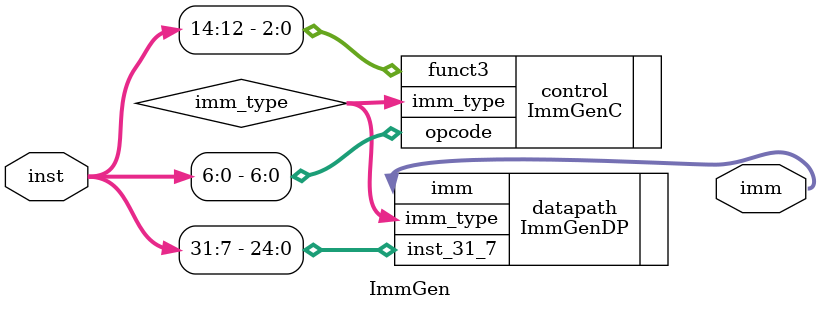
<source format=v>

`include "const.vh"

module ImmGen (
    input [31:0] inst,

    output [31:0] imm
);

wire [2:0] imm_type;

ImmGenC control(
    .opcode(inst[6:0]),
    .funct3(inst[14:12]),

    .imm_type(imm_type)
);

ImmGenDP datapath(
    .inst_31_7(inst[31:7]),
    .imm_type(imm_type),

    .imm(imm)
);

endmodule
</source>
